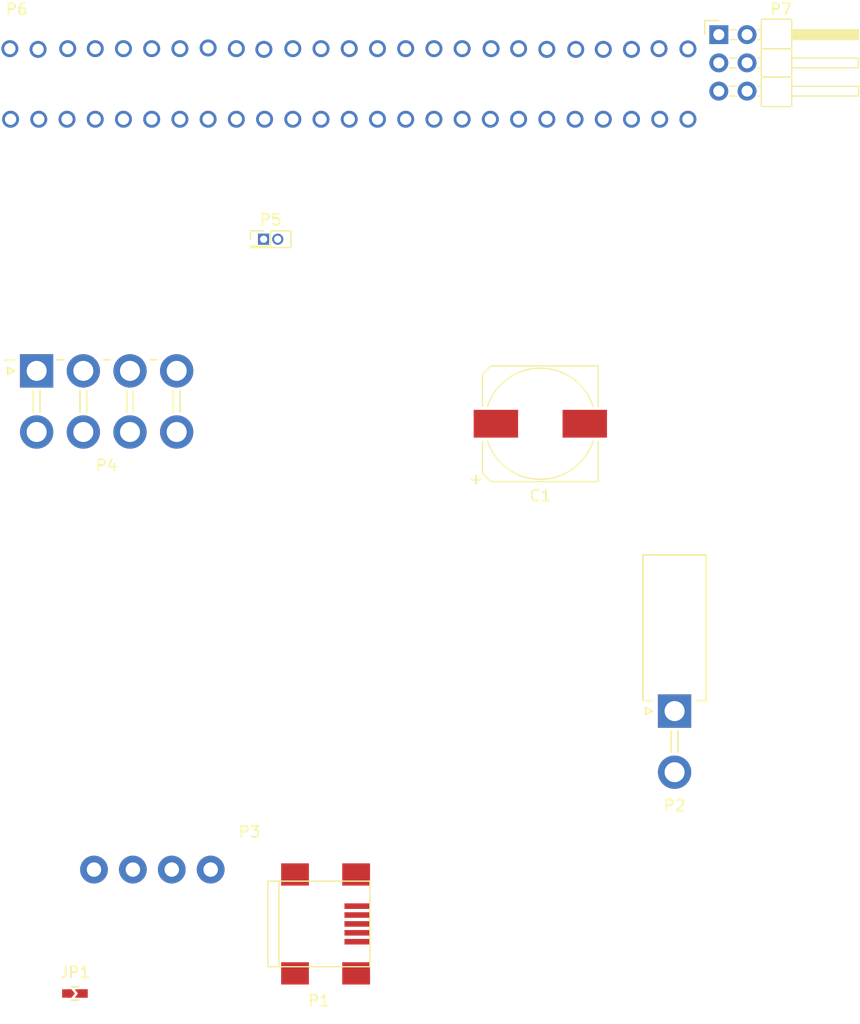
<source format=kicad_pcb>
(kicad_pcb (version 4) (host pcbnew 4.0.5)

  (general
    (links 64)
    (no_connects 60)
    (area 0 0 0 0)
    (thickness 1.6)
    (drawings 0)
    (tracks 0)
    (zones 0)
    (modules 9)
    (nets 26)
  )

  (page A4)
  (layers
    (0 F.Cu signal)
    (31 B.Cu signal)
    (32 B.Adhes user)
    (33 F.Adhes user)
    (34 B.Paste user)
    (35 F.Paste user)
    (36 B.SilkS user)
    (37 F.SilkS user)
    (38 B.Mask user)
    (39 F.Mask user)
    (40 Dwgs.User user)
    (41 Cmts.User user)
    (42 Eco1.User user)
    (43 Eco2.User user)
    (44 Edge.Cuts user)
    (45 Margin user)
    (46 B.CrtYd user)
    (47 F.CrtYd user)
    (48 B.Fab user)
    (49 F.Fab user)
  )

  (setup
    (last_trace_width 0.25)
    (trace_clearance 0.2)
    (zone_clearance 0.508)
    (zone_45_only no)
    (trace_min 0.2)
    (segment_width 0.2)
    (edge_width 0.15)
    (via_size 0.6)
    (via_drill 0.4)
    (via_min_size 0.4)
    (via_min_drill 0.3)
    (uvia_size 0.3)
    (uvia_drill 0.1)
    (uvias_allowed no)
    (uvia_min_size 0.2)
    (uvia_min_drill 0.1)
    (pcb_text_width 0.3)
    (pcb_text_size 1.5 1.5)
    (mod_edge_width 0.15)
    (mod_text_size 1 1)
    (mod_text_width 0.15)
    (pad_size 1.524 1.524)
    (pad_drill 0.762)
    (pad_to_mask_clearance 0.2)
    (aux_axis_origin 0 0)
    (visible_elements 7FFFFFFF)
    (pcbplotparams
      (layerselection 0x00030_80000001)
      (usegerberextensions false)
      (excludeedgelayer true)
      (linewidth 0.100000)
      (plotframeref false)
      (viasonmask false)
      (mode 1)
      (useauxorigin false)
      (hpglpennumber 1)
      (hpglpenspeed 20)
      (hpglpendiameter 15)
      (hpglpenoverlay 2)
      (psnegative false)
      (psa4output false)
      (plotreference true)
      (plotvalue true)
      (plotinvisibletext false)
      (padsonsilk false)
      (subtractmaskfromsilk false)
      (outputformat 1)
      (mirror false)
      (drillshape 1)
      (scaleselection 1)
      (outputdirectory ""))
  )

  (net 0 "")
  (net 1 /Motor_Controller/VBAT)
  (net 2 /Motor_Controller/PGND)
  (net 3 "Net-(JP1-Pad1)")
  (net 4 /5v0)
  (net 5 /Motor_Controller/USBDM)
  (net 6 /Motor_Controller/USBDP)
  (net 7 "Net-(P1-Pad4)")
  (net 8 /GNDD)
  (net 9 /Motor_Controller/CANH/TX)
  (net 10 /Motor_Controller/CANL/RX)
  (net 11 /Motor_Controller/H1)
  (net 12 /Motor_Controller/H2)
  (net 13 "Net-(P4-Pad3)")
  (net 14 /Motor_Controller/Y)
  (net 15 /Motor_Controller/H3)
  (net 16 "Net-(P4-Pad6)")
  (net 17 /Motor_Controller/W)
  (net 18 /Motor_Controller/X)
  (net 19 /Motor_Controller/GND_AUX)
  (net 20 "Net-(P5-Pad2)")
  (net 21 "Net-(P6-Pad20)")
  (net 22 "Net-(P6-Pad19)")
  (net 23 "Net-(P6-Pad18)")
  (net 24 "Net-(P6-Pad17)")
  (net 25 "Net-(P6-Pad16)")

  (net_class Default "This is the default net class."
    (clearance 0.2)
    (trace_width 0.25)
    (via_dia 0.6)
    (via_drill 0.4)
    (uvia_dia 0.3)
    (uvia_drill 0.1)
    (add_net /5v0)
    (add_net /GNDD)
    (add_net /Motor_Controller/CANH/TX)
    (add_net /Motor_Controller/CANL/RX)
    (add_net /Motor_Controller/GND_AUX)
    (add_net /Motor_Controller/H1)
    (add_net /Motor_Controller/H2)
    (add_net /Motor_Controller/H3)
    (add_net /Motor_Controller/PGND)
    (add_net /Motor_Controller/USBDM)
    (add_net /Motor_Controller/USBDP)
    (add_net /Motor_Controller/VBAT)
    (add_net /Motor_Controller/W)
    (add_net /Motor_Controller/X)
    (add_net /Motor_Controller/Y)
    (add_net "Net-(JP1-Pad1)")
    (add_net "Net-(P1-Pad4)")
    (add_net "Net-(P4-Pad3)")
    (add_net "Net-(P4-Pad6)")
    (add_net "Net-(P5-Pad2)")
    (add_net "Net-(P6-Pad16)")
    (add_net "Net-(P6-Pad17)")
    (add_net "Net-(P6-Pad18)")
    (add_net "Net-(P6-Pad19)")
    (add_net "Net-(P6-Pad20)")
  )

  (module USST-footprints:J_0603 (layer F.Cu) (tedit 58704FBD) (tstamp 5882C918)
    (at 142.219048 167.215)
    (descr "Capacitor SMD 0603, reflow soldering, AVX (see smccp.pdf)")
    (tags "capacitor 0603")
    (path /5882F97F)
    (attr smd)
    (fp_text reference JP1 (at 0 -1.9) (layer F.SilkS)
      (effects (font (size 1 1) (thickness 0.15)))
    )
    (fp_text value Jumper_NO_Small (at 0 1.9) (layer F.Fab)
      (effects (font (size 1 1) (thickness 0.15)))
    )
    (fp_line (start -0.8 0.4) (end -0.8 -0.4) (layer F.Fab) (width 0.15))
    (fp_line (start 0.8 0.4) (end -0.8 0.4) (layer F.Fab) (width 0.15))
    (fp_line (start 0.8 -0.4) (end 0.8 0.4) (layer F.Fab) (width 0.15))
    (fp_line (start -0.8 -0.4) (end 0.8 -0.4) (layer F.Fab) (width 0.15))
    (fp_line (start -1.45 -0.75) (end 1.45 -0.75) (layer F.CrtYd) (width 0.05))
    (fp_line (start -1.45 0.75) (end 1.45 0.75) (layer F.CrtYd) (width 0.05))
    (fp_line (start -1.45 -0.75) (end -1.45 0.75) (layer F.CrtYd) (width 0.05))
    (fp_line (start 1.45 -0.75) (end 1.45 0.75) (layer F.CrtYd) (width 0.05))
    (fp_line (start -0.35 -0.6) (end 0.35 -0.6) (layer F.SilkS) (width 0.15))
    (fp_line (start 0.35 0.6) (end -0.35 0.6) (layer F.SilkS) (width 0.15))
    (pad 1 smd rect (at -0.75 0) (size 0.8 0.75) (layers F.Cu F.Paste F.Mask)
      (net 3 "Net-(JP1-Pad1)"))
    (pad 2 smd rect (at 0.75 0) (size 0.8 0.75) (layers F.Cu F.Paste F.Mask)
      (net 4 /5v0))
    (pad 2 smd trapezoid (at 0.5588 0 180) (size 0.6 0.75) (rect_delta 0 0.55 ) (layers F.Cu F.Paste F.Mask)
      (net 4 /5v0))
    (pad 2 smd trapezoid (at 0.5588 0) (size 0.6 0.75) (rect_delta 0 0.55 ) (layers F.Cu F.Paste F.Mask)
      (net 4 /5v0))
    (pad 1 smd trapezoid (at -0.508 0.18796 180) (size 0.7 0.376) (rect_delta 0 0.3 ) (layers F.Cu F.Paste F.Mask)
      (net 3 "Net-(JP1-Pad1)"))
    (pad 1 smd trapezoid (at -0.508 -0.18796) (size 0.7 0.376) (rect_delta 0 0.3 ) (layers F.Cu F.Paste F.Mask)
      (net 3 "Net-(JP1-Pad1)"))
    (model Capacitors_SMD.3dshapes/C_0603.wrl
      (at (xyz 0 0 0))
      (scale (xyz 1 1 1))
      (rotate (xyz 0 0 0))
    )
  )

  (module Connect:USB_Mini-B (layer F.Cu) (tedit 5543E571) (tstamp 5882C927)
    (at 164.825001 160.955)
    (descr "USB Mini-B 5-pin SMD connector")
    (tags "USB USB_B USB_Mini connector")
    (path /5882F66B)
    (attr smd)
    (fp_text reference P1 (at -0.65 6.9) (layer F.SilkS)
      (effects (font (size 1 1) (thickness 0.15)))
    )
    (fp_text value USB_OTG (at -0.65 -7.1) (layer F.Fab)
      (effects (font (size 1 1) (thickness 0.15)))
    )
    (fp_line (start -5.5 -5.7) (end 4.2 -5.7) (layer F.CrtYd) (width 0.05))
    (fp_line (start 4.2 -5.7) (end 4.2 5.7) (layer F.CrtYd) (width 0.05))
    (fp_line (start 4.2 5.7) (end -5.5 5.7) (layer F.CrtYd) (width 0.05))
    (fp_line (start -5.5 5.7) (end -5.5 -5.7) (layer F.CrtYd) (width 0.05))
    (fp_line (start -4.25 -3.85) (end -4.25 3.85) (layer F.SilkS) (width 0.12))
    (fp_line (start -5.25 -3.85) (end -5.25 3.85) (layer F.SilkS) (width 0.12))
    (fp_line (start -5.25 3.85) (end 3.95 3.85) (layer F.SilkS) (width 0.12))
    (fp_line (start 3.95 3.85) (end 3.95 -3.85) (layer F.SilkS) (width 0.12))
    (fp_line (start 3.95 -3.85) (end -5.25 -3.85) (layer F.SilkS) (width 0.12))
    (pad 1 smd rect (at 2.8 -1.6) (size 2.3 0.5) (layers F.Cu F.Paste F.Mask)
      (net 3 "Net-(JP1-Pad1)"))
    (pad 2 smd rect (at 2.8 -0.8) (size 2.3 0.5) (layers F.Cu F.Paste F.Mask)
      (net 5 /Motor_Controller/USBDM))
    (pad 3 smd rect (at 2.8 0) (size 2.3 0.5) (layers F.Cu F.Paste F.Mask)
      (net 6 /Motor_Controller/USBDP))
    (pad 4 smd rect (at 2.8 0.8) (size 2.3 0.5) (layers F.Cu F.Paste F.Mask)
      (net 7 "Net-(P1-Pad4)"))
    (pad 5 smd rect (at 2.8 1.6) (size 2.3 0.5) (layers F.Cu F.Paste F.Mask)
      (net 8 /GNDD))
    (pad 6 smd rect (at 2.7 -4.45) (size 2.5 2) (layers F.Cu F.Paste F.Mask)
      (net 8 /GNDD))
    (pad 6 smd rect (at -2.8 -4.45) (size 2.5 2) (layers F.Cu F.Paste F.Mask)
      (net 8 /GNDD))
    (pad 6 smd rect (at 2.7 4.45) (size 2.5 2) (layers F.Cu F.Paste F.Mask)
      (net 8 /GNDD))
    (pad 6 smd rect (at -2.8 4.45) (size 2.5 2) (layers F.Cu F.Paste F.Mask)
      (net 8 /GNDD))
    (pad "" np_thru_hole circle (at 0.2 -2.2) (size 0.9 0.9) (drill 0.9) (layers *.Cu *.Mask))
    (pad "" np_thru_hole circle (at 0.2 2.2) (size 0.9 0.9) (drill 0.9) (layers *.Cu *.Mask))
  )

  (module Connectors_Molex:Molex_MiniFit-JR-5569-02A2_2x01x4.20mm_Angled (layer F.Cu) (tedit 57553FD4) (tstamp 5882C92E)
    (at 196.183333 141.805001)
    (descr "Molex Mini-Fit JR, PN:5569-02A2, dual row, side entry type, through hole, with plastic peg mount")
    (tags "connector molex mini-fit 5569")
    (path /5882F23E)
    (fp_text reference P2 (at 0 8.5) (layer F.SilkS)
      (effects (font (size 1 1) (thickness 0.15)))
    )
    (fp_text value CONN_01X02 (at 0 10) (layer F.Fab)
      (effects (font (size 1 1) (thickness 0.15)))
    )
    (fp_line (start -3.2 -14.35) (end -3.2 7.5) (layer F.CrtYd) (width 0.05))
    (fp_line (start -3.2 7.5) (end 3.2 7.5) (layer F.CrtYd) (width 0.05))
    (fp_line (start 3.2 7.5) (end 3.2 -14.35) (layer F.CrtYd) (width 0.05))
    (fp_line (start 3.2 -14.35) (end -3.2 -14.35) (layer F.CrtYd) (width 0.05))
    (fp_line (start -2 -0.95) (end -2.85 -0.95) (layer F.SilkS) (width 0.15))
    (fp_line (start -2.85 -0.95) (end -2.85 -14.05) (layer F.SilkS) (width 0.15))
    (fp_line (start -2.85 -14.05) (end 0 -14.05) (layer F.SilkS) (width 0.15))
    (fp_line (start 2 -0.95) (end 2.85 -0.95) (layer F.SilkS) (width 0.15))
    (fp_line (start 2.85 -0.95) (end 2.85 -14.05) (layer F.SilkS) (width 0.15))
    (fp_line (start 2.85 -14.05) (end 0 -14.05) (layer F.SilkS) (width 0.15))
    (fp_line (start -2.7 -13.9) (end -2.7 -1.1) (layer F.Fab) (width 0.05))
    (fp_line (start -2.7 -1.1) (end 2.7 -1.1) (layer F.Fab) (width 0.05))
    (fp_line (start 2.7 -1.1) (end 2.7 -13.9) (layer F.Fab) (width 0.05))
    (fp_line (start 2.7 -13.9) (end -2.7 -13.9) (layer F.Fab) (width 0.05))
    (fp_line (start -0.3 1.8) (end -0.3 3.7) (layer F.SilkS) (width 0.15))
    (fp_line (start 0.3 1.8) (end 0.3 3.7) (layer F.SilkS) (width 0.15))
    (fp_line (start -2 0) (end -2.6 0.3) (layer F.SilkS) (width 0.15))
    (fp_line (start -2.6 0.3) (end -2.6 -0.3) (layer F.SilkS) (width 0.15))
    (fp_line (start -2.6 -0.3) (end -2 0) (layer F.SilkS) (width 0.15))
    (pad 1 thru_hole rect (at 0 0) (size 3 3) (drill 1.8) (layers *.Cu *.Mask)
      (net 2 /Motor_Controller/PGND))
    (pad 2 thru_hole circle (at 0 5.5) (size 3 3) (drill 1.8) (layers *.Cu *.Mask)
      (net 1 /Motor_Controller/VBAT))
    (pad "" np_thru_hole circle (at 0 -7.3) (size 3 3) (drill 3) (layers *.Cu))
    (model Connectors_Molex.3dshapes/Molex_MiniFit-JR-5569-02A2_2x01x4.20mm_Angled.wrl
      (at (xyz 0 0 0))
      (scale (xyz 1 1 1))
      (rotate (xyz 0 0 0))
    )
  )

  (module USST-footprints:Molex_39502_1004R (layer F.Cu) (tedit 5879680A) (tstamp 5882C936)
    (at 143.933333 156.065)
    (path /5882F30C)
    (fp_text reference P3 (at 14 -3.4) (layer F.SilkS)
      (effects (font (size 1 1) (thickness 0.15)))
    )
    (fp_text value CONN_01X04 (at -3.5 -3.69) (layer F.Fab)
      (effects (font (size 1 1) (thickness 0.15)))
    )
    (fp_line (start -3.5 -1.5) (end -3.5 8) (layer B.Paste) (width 0.15))
    (fp_line (start 14 -1.51) (end 14 7.99) (layer B.Paste) (width 0.15))
    (fp_line (start -3.5 -1.5) (end 14 -1.5) (layer B.Paste) (width 0.15))
    (fp_line (start -3.5 8) (end 14 8) (layer B.Paste) (width 0.15))
    (pad 1 thru_hole circle (at 0 0) (size 2.5 2.5) (drill 1.3) (layers *.Cu *.Mask)
      (net 4 /5v0))
    (pad 2 thru_hole circle (at 3.5 0) (size 2.5 2.5) (drill 1.3) (layers *.Cu *.Mask)
      (net 9 /Motor_Controller/CANH/TX))
    (pad 3 thru_hole circle (at 7 0) (size 2.5 2.5) (drill 1.3) (layers *.Cu *.Mask)
      (net 10 /Motor_Controller/CANL/RX))
    (pad 4 thru_hole circle (at 10.5 0) (size 2.5 2.5) (drill 1.3) (layers *.Cu *.Mask)
      (net 8 /GNDD))
  )

  (module USST-footprints:Molex_MiniFit-JR-5569-08A2_2x04x4.20mm_Angled_Overhang (layer F.Cu) (tedit 5881AB7B) (tstamp 5882C942)
    (at 138.775001 111.195001)
    (descr "Molex Mini-Fit JR, PN:5569-08A2, dual row, side entry type, through hole, with plastic peg mount")
    (tags "connector molex mini-fit 5569")
    (path /5882AEEF/5871BA09)
    (fp_text reference P4 (at 6.3 8.5) (layer F.SilkS)
      (effects (font (size 1 1) (thickness 0.15)))
    )
    (fp_text value EC90_Flat (at 6.3 10) (layer F.Fab)
      (effects (font (size 1 1) (thickness 0.15)))
    )
    (fp_line (start -3.15 -14.35) (end -3.15 7.5) (layer F.CrtYd) (width 0.05))
    (fp_line (start -3.15 7.5) (end 15.8 7.5) (layer F.CrtYd) (width 0.05))
    (fp_line (start 15.8 7.5) (end 15.8 -14.35) (layer F.CrtYd) (width 0.05))
    (fp_line (start 15.8 -14.35) (end -3.15 -14.35) (layer F.CrtYd) (width 0.05))
    (fp_line (start -2 -0.95) (end -2.85 -0.95) (layer F.SilkS) (width 0.15))
    (fp_line (start -2.7 -13.9) (end -2.7 -1.1) (layer F.Fab) (width 0.05))
    (fp_line (start -2.7 -1.1) (end 15.3 -1.1) (layer F.Fab) (width 0.05))
    (fp_line (start 15.3 -1.1) (end 15.3 -13.9) (layer F.Fab) (width 0.05))
    (fp_line (start 15.3 -13.9) (end -2.7 -13.9) (layer F.Fab) (width 0.05))
    (fp_line (start -0.3 1.8) (end -0.3 3.7) (layer F.SilkS) (width 0.15))
    (fp_line (start 0.3 1.8) (end 0.3 3.7) (layer F.SilkS) (width 0.15))
    (fp_line (start 3.9 1.8) (end 3.9 3.7) (layer F.SilkS) (width 0.15))
    (fp_line (start 4.5 1.8) (end 4.5 3.7) (layer F.SilkS) (width 0.15))
    (fp_line (start 8.1 1.8) (end 8.1 3.7) (layer F.SilkS) (width 0.15))
    (fp_line (start 8.7 1.8) (end 8.7 3.7) (layer F.SilkS) (width 0.15))
    (fp_line (start 12.3 1.8) (end 12.3 3.7) (layer F.SilkS) (width 0.15))
    (fp_line (start 12.9 1.8) (end 12.9 3.7) (layer F.SilkS) (width 0.15))
    (fp_line (start 1.8 -1) (end 2.4 -1) (layer F.SilkS) (width 0.15))
    (fp_line (start 6 -1) (end 6.6 -1) (layer F.SilkS) (width 0.15))
    (fp_line (start 10.2 -1) (end 10.8 -1) (layer F.SilkS) (width 0.15))
    (fp_line (start -2 0) (end -2.6 0.3) (layer F.SilkS) (width 0.15))
    (fp_line (start -2.6 0.3) (end -2.6 -0.3) (layer F.SilkS) (width 0.15))
    (fp_line (start -2.6 -0.3) (end -2 0) (layer F.SilkS) (width 0.15))
    (pad 1 thru_hole rect (at 0 0) (size 3 3) (drill 1.8) (layers *.Cu *.Mask)
      (net 11 /Motor_Controller/H1))
    (pad 2 thru_hole circle (at 4.2 0) (size 3 3) (drill 1.8) (layers *.Cu *.Mask)
      (net 12 /Motor_Controller/H2))
    (pad 3 thru_hole circle (at 8.4 0) (size 3 3) (drill 1.8) (layers *.Cu *.Mask)
      (net 13 "Net-(P4-Pad3)"))
    (pad 4 thru_hole circle (at 12.6 0) (size 3 3) (drill 1.8) (layers *.Cu *.Mask)
      (net 14 /Motor_Controller/Y))
    (pad 5 thru_hole circle (at 0 5.5) (size 3 3) (drill 1.8) (layers *.Cu *.Mask)
      (net 15 /Motor_Controller/H3))
    (pad 6 thru_hole circle (at 4.2 5.5) (size 3 3) (drill 1.8) (layers *.Cu *.Mask)
      (net 16 "Net-(P4-Pad6)"))
    (pad 7 thru_hole circle (at 8.4 5.5) (size 3 3) (drill 1.8) (layers *.Cu *.Mask)
      (net 17 /Motor_Controller/W))
    (pad 8 thru_hole circle (at 12.6 5.5) (size 3 3) (drill 1.8) (layers *.Cu *.Mask)
      (net 18 /Motor_Controller/X))
    (model Connectors_Molex.3dshapes/Molex_MiniFit-JR-5569-08A2_2x04x4.20mm_Angled.wrl
      (at (xyz 0 0 0))
      (scale (xyz 1 1 1))
      (rotate (xyz 0 0 0))
    )
  )

  (module Pin_Headers:Pin_Header_Straight_2x01_Pitch1.27mm (layer F.Cu) (tedit 5862ED5C) (tstamp 5882C948)
    (at 159.198333 99.35)
    (descr "Through hole straight pin header, 2x01, 1.27mm pitch, double rows")
    (tags "Through hole pin header THT 2x01 1.27mm double row")
    (path /5882AEEF/588448BA)
    (fp_text reference P5 (at 0.635 -1.755) (layer F.SilkS)
      (effects (font (size 1 1) (thickness 0.15)))
    )
    (fp_text value CONN_01X02 (at 0.635 1.755) (layer F.Fab)
      (effects (font (size 1 1) (thickness 0.15)))
    )
    (fp_line (start -1.07 -0.635) (end -1.07 0.635) (layer F.Fab) (width 0.1))
    (fp_line (start -1.07 0.635) (end 2.34 0.635) (layer F.Fab) (width 0.1))
    (fp_line (start 2.34 0.635) (end 2.34 -0.635) (layer F.Fab) (width 0.1))
    (fp_line (start 2.34 -0.635) (end -1.07 -0.635) (layer F.Fab) (width 0.1))
    (fp_line (start -1.19 0.635) (end -1.19 0.755) (layer F.SilkS) (width 0.12))
    (fp_line (start -1.19 0.755) (end 2.46 0.755) (layer F.SilkS) (width 0.12))
    (fp_line (start 2.46 0.755) (end 2.46 -0.755) (layer F.SilkS) (width 0.12))
    (fp_line (start 2.46 -0.755) (end 0.635 -0.755) (layer F.SilkS) (width 0.12))
    (fp_line (start 0.635 -0.755) (end 0.635 0.635) (layer F.SilkS) (width 0.12))
    (fp_line (start 0.635 0.635) (end -1.19 0.635) (layer F.SilkS) (width 0.12))
    (fp_line (start -1.19 0) (end -1.19 -0.755) (layer F.SilkS) (width 0.12))
    (fp_line (start -1.19 -0.755) (end 0 -0.755) (layer F.SilkS) (width 0.12))
    (fp_line (start -1.4 -0.9) (end -1.4 0.9) (layer F.CrtYd) (width 0.05))
    (fp_line (start -1.4 0.9) (end 2.6 0.9) (layer F.CrtYd) (width 0.05))
    (fp_line (start 2.6 0.9) (end 2.6 -0.9) (layer F.CrtYd) (width 0.05))
    (fp_line (start 2.6 -0.9) (end -1.4 -0.9) (layer F.CrtYd) (width 0.05))
    (pad 1 thru_hole rect (at 0 0) (size 1 1) (drill 0.65) (layers *.Cu *.Mask)
      (net 19 /Motor_Controller/GND_AUX))
    (pad 2 thru_hole oval (at 1.27 0) (size 1 1) (drill 0.65) (layers *.Cu *.Mask)
      (net 20 "Net-(P5-Pad2)"))
    (model Pin_Headers.3dshapes/Pin_Header_Straight_2x01_Pitch1.27mm.wrl
      (at (xyz 0 0 0))
      (scale (xyz 1 1 1))
      (rotate (xyz 0 0 0))
    )
  )

  (module USST-footprints:TE2007088-1_Backplane (layer F.Cu) (tedit 587968D3) (tstamp 5882C97E)
    (at 171.9855 96.175)
    (path /5882AEEF/5871B697)
    (fp_text reference P6 (at -35 -17.5) (layer F.SilkS)
      (effects (font (size 1 1) (thickness 0.15)))
    )
    (fp_text value AMP17614426-2_EDGE (at -20 -17.5) (layer F.Fab)
      (effects (font (size 1 1) (thickness 0.15)))
    )
    (pad 30 thru_hole circle (at -35.56 -7.62) (size 1.524 1.524) (drill 1.02) (layers *.Cu *.Mask)
      (net 17 /Motor_Controller/W))
    (pad 30 thru_hole circle (at -33.02 -7.62) (size 1.524 1.524) (drill 1.02) (layers *.Cu *.Mask)
      (net 17 /Motor_Controller/W))
    (pad 30 thru_hole circle (at -30.48 -7.62) (size 1.524 1.524) (drill 1.02) (layers *.Cu *.Mask)
      (net 17 /Motor_Controller/W))
    (pad 29 thru_hole circle (at -27.94 -7.62) (size 1.524 1.524) (drill 1.02) (layers *.Cu *.Mask)
      (net 18 /Motor_Controller/X))
    (pad 29 thru_hole circle (at -25.4 -7.62) (size 1.524 1.524) (drill 1.02) (layers *.Cu *.Mask)
      (net 18 /Motor_Controller/X))
    (pad 29 thru_hole circle (at -22.86 -7.62) (size 1.524 1.524) (drill 1.02) (layers *.Cu *.Mask)
      (net 18 /Motor_Controller/X))
    (pad 28 thru_hole circle (at -20.32 -7.62) (size 1.524 1.524) (drill 1.02) (layers *.Cu *.Mask)
      (net 14 /Motor_Controller/Y))
    (pad 28 thru_hole circle (at -17.78 -7.62) (size 1.524 1.524) (drill 1.02) (layers *.Cu *.Mask)
      (net 14 /Motor_Controller/Y))
    (pad 28 thru_hole circle (at -15.24 -7.62) (size 1.524 1.524) (drill 1.02) (layers *.Cu *.Mask)
      (net 14 /Motor_Controller/Y))
    (pad 27 thru_hole circle (at -12.7 -7.62) (size 1.524 1.524) (drill 1.02) (layers *.Cu *.Mask)
      (net 1 /Motor_Controller/VBAT))
    (pad 27 thru_hole circle (at -10.16 -7.62) (size 1.524 1.524) (drill 1.02) (layers *.Cu *.Mask)
      (net 1 /Motor_Controller/VBAT))
    (pad 27 thru_hole circle (at -7.62 -7.62) (size 1.524 1.524) (drill 1.02) (layers *.Cu *.Mask)
      (net 1 /Motor_Controller/VBAT))
    (pad 26 thru_hole circle (at -5.08 -7.62) (size 1.524 1.524) (drill 1.02) (layers *.Cu *.Mask)
      (net 2 /Motor_Controller/PGND))
    (pad 26 thru_hole circle (at -2.54 -7.62) (size 1.524 1.524) (drill 1.02) (layers *.Cu *.Mask)
      (net 2 /Motor_Controller/PGND))
    (pad 26 thru_hole circle (at 0 -7.62) (size 1.524 1.524) (drill 1.02) (layers *.Cu *.Mask)
      (net 2 /Motor_Controller/PGND))
    (pad 25 thru_hole circle (at 2.54 -7.62) (size 1.524 1.524) (drill 1.02) (layers *.Cu *.Mask)
      (net 8 /GNDD))
    (pad 24 thru_hole circle (at 5.08 -7.62) (size 1.524 1.524) (drill 1.02) (layers *.Cu *.Mask)
      (net 8 /GNDD))
    (pad 23 thru_hole circle (at 7.62 -7.62) (size 1.524 1.524) (drill 1.02) (layers *.Cu *.Mask)
      (net 6 /Motor_Controller/USBDP))
    (pad 22 thru_hole circle (at 10.16 -7.62) (size 1.524 1.524) (drill 1.02) (layers *.Cu *.Mask)
      (net 5 /Motor_Controller/USBDM))
    (pad 21 thru_hole circle (at 12.7 -7.62) (size 1.524 1.524) (drill 1.02) (layers *.Cu *.Mask)
      (net 19 /Motor_Controller/GND_AUX))
    (pad 20 thru_hole circle (at 15.24 -7.62) (size 1.524 1.524) (drill 1.02) (layers *.Cu *.Mask)
      (net 21 "Net-(P6-Pad20)"))
    (pad 19 thru_hole circle (at 17.78 -7.62) (size 1.524 1.524) (drill 1.02) (layers *.Cu *.Mask)
      (net 22 "Net-(P6-Pad19)"))
    (pad 18 thru_hole circle (at 20.32 -7.62) (size 1.524 1.524) (drill 1.02) (layers *.Cu *.Mask)
      (net 23 "Net-(P6-Pad18)"))
    (pad 17 thru_hole circle (at 22.86 -7.62) (size 1.524 1.524) (drill 1.02) (layers *.Cu *.Mask)
      (net 24 "Net-(P6-Pad17)"))
    (pad 16 thru_hole circle (at 25.4 -7.62) (size 1.524 1.524) (drill 1.02) (layers *.Cu *.Mask)
      (net 25 "Net-(P6-Pad16)"))
    (pad 15 thru_hole circle (at 25.4 -13.95) (size 1.524 1.524) (drill 1.02) (layers *.Cu *.Mask)
      (net 20 "Net-(P5-Pad2)"))
    (pad 14 thru_hole circle (at 22.7965 -13.97) (size 1.524 1.524) (drill 1.02) (layers *.Cu *.Mask)
      (net 15 /Motor_Controller/H3))
    (pad 13 thru_hole circle (at 20.32 -13.9065) (size 1.524 1.524) (drill 1.02) (layers *.Cu *.Mask)
      (net 12 /Motor_Controller/H2))
    (pad 12 thru_hole circle (at 17.78 -13.9065) (size 1.524 1.524) (drill 1.02) (layers *.Cu *.Mask)
      (net 11 /Motor_Controller/H1))
    (pad 11 thru_hole circle (at 15.3035 -13.9065) (size 1.524 1.524) (drill 1.02) (layers *.Cu *.Mask)
      (net 16 "Net-(P4-Pad6)"))
    (pad 10 thru_hole circle (at 12.7 -13.9065) (size 1.524 1.524) (drill 1.02) (layers *.Cu *.Mask)
      (net 13 "Net-(P4-Pad3)"))
    (pad 9 thru_hole circle (at 10.16 -13.97) (size 1.524 1.524) (drill 1.02) (layers *.Cu *.Mask)
      (net 10 /Motor_Controller/CANL/RX))
    (pad 8 thru_hole circle (at 7.6835 -13.97) (size 1.524 1.524) (drill 1.02) (layers *.Cu *.Mask)
      (net 9 /Motor_Controller/CANH/TX))
    (pad 7 thru_hole circle (at 5.08 -13.97) (size 1.524 1.524) (drill 1.02) (layers *.Cu *.Mask)
      (net 4 /5v0))
    (pad 6 thru_hole circle (at 2.54 -13.97) (size 1.524 1.524) (drill 1.02) (layers *.Cu *.Mask)
      (net 4 /5v0))
    (pad 5 thru_hole circle (at 0 -13.97) (size 1.524 1.524) (drill 1.02) (layers *.Cu *.Mask)
      (net 2 /Motor_Controller/PGND))
    (pad 5 thru_hole circle (at -2.54 -13.97) (size 1.524 1.524) (drill 1.02) (layers *.Cu *.Mask)
      (net 2 /Motor_Controller/PGND))
    (pad 5 thru_hole circle (at -5.08 -13.97) (size 1.524 1.524) (drill 1.02) (layers *.Cu *.Mask)
      (net 2 /Motor_Controller/PGND))
    (pad 4 thru_hole circle (at -7.62 -13.97) (size 1.524 1.524) (drill 1.02) (layers *.Cu *.Mask)
      (net 1 /Motor_Controller/VBAT))
    (pad 4 thru_hole circle (at -10.16 -13.97) (size 1.524 1.524) (drill 1.02) (layers *.Cu *.Mask)
      (net 1 /Motor_Controller/VBAT))
    (pad 4 thru_hole circle (at -12.7635 -13.9065) (size 1.524 1.524) (drill 1.02) (layers *.Cu *.Mask)
      (net 1 /Motor_Controller/VBAT))
    (pad 3 thru_hole circle (at -15.24 -13.97) (size 1.524 1.524) (drill 1.02) (layers *.Cu *.Mask)
      (net 14 /Motor_Controller/Y))
    (pad 3 thru_hole circle (at -17.78 -14.0335) (size 1.524 1.524) (drill 1.02) (layers *.Cu *.Mask)
      (net 14 /Motor_Controller/Y))
    (pad 3 thru_hole circle (at -20.32 -13.97) (size 1.524 1.524) (drill 1.02) (layers *.Cu *.Mask)
      (net 14 /Motor_Controller/Y))
    (pad 2 thru_hole circle (at -22.86 -13.97) (size 1.524 1.524) (drill 1.02) (layers *.Cu *.Mask)
      (net 18 /Motor_Controller/X))
    (pad 2 thru_hole circle (at -25.4 -13.97) (size 1.524 1.524) (drill 1.02) (layers *.Cu *.Mask)
      (net 18 /Motor_Controller/X))
    (pad 2 thru_hole circle (at -27.94 -13.97) (size 1.524 1.524) (drill 1.02) (layers *.Cu *.Mask)
      (net 18 /Motor_Controller/X))
    (pad 1 thru_hole circle (at -30.4165 -13.97) (size 1.524 1.524) (drill 1.02) (layers *.Cu *.Mask)
      (net 17 /Motor_Controller/W))
    (pad 1 thru_hole circle (at -33.0835 -13.9065) (size 1.524 1.524) (drill 1.02) (layers *.Cu *.Mask)
      (net 17 /Motor_Controller/W))
    (pad 1 thru_hole circle (at -35.6235 -13.97) (size 1.524 1.524) (drill 1.02) (layers *.Cu *.Mask)
      (net 17 /Motor_Controller/W))
  )

  (module Pin_Headers:Pin_Header_Angled_2x03_Pitch2.54mm (layer F.Cu) (tedit 5862ED53) (tstamp 5882C988)
    (at 200.165001 80.945)
    (descr "Through hole angled pin header, 2x03, 2.54mm pitch, 6mm pin length, double rows")
    (tags "Through hole angled pin header THT 2x03 2.54mm double row")
    (path /5882AEEF/5871D4B0)
    (fp_text reference P7 (at 5.585 -2.27) (layer F.SilkS)
      (effects (font (size 1 1) (thickness 0.15)))
    )
    (fp_text value CONN_01X06 (at 5.585 7.35) (layer F.Fab)
      (effects (font (size 1 1) (thickness 0.15)))
    )
    (fp_line (start 3.94 -1.27) (end 3.94 1.27) (layer F.Fab) (width 0.1))
    (fp_line (start 3.94 1.27) (end 6.44 1.27) (layer F.Fab) (width 0.1))
    (fp_line (start 6.44 1.27) (end 6.44 -1.27) (layer F.Fab) (width 0.1))
    (fp_line (start 6.44 -1.27) (end 3.94 -1.27) (layer F.Fab) (width 0.1))
    (fp_line (start 0 -0.32) (end 0 0.32) (layer F.Fab) (width 0.1))
    (fp_line (start 0 0.32) (end 12.44 0.32) (layer F.Fab) (width 0.1))
    (fp_line (start 12.44 0.32) (end 12.44 -0.32) (layer F.Fab) (width 0.1))
    (fp_line (start 12.44 -0.32) (end 0 -0.32) (layer F.Fab) (width 0.1))
    (fp_line (start 3.94 1.27) (end 3.94 3.81) (layer F.Fab) (width 0.1))
    (fp_line (start 3.94 3.81) (end 6.44 3.81) (layer F.Fab) (width 0.1))
    (fp_line (start 6.44 3.81) (end 6.44 1.27) (layer F.Fab) (width 0.1))
    (fp_line (start 6.44 1.27) (end 3.94 1.27) (layer F.Fab) (width 0.1))
    (fp_line (start 0 2.22) (end 0 2.86) (layer F.Fab) (width 0.1))
    (fp_line (start 0 2.86) (end 12.44 2.86) (layer F.Fab) (width 0.1))
    (fp_line (start 12.44 2.86) (end 12.44 2.22) (layer F.Fab) (width 0.1))
    (fp_line (start 12.44 2.22) (end 0 2.22) (layer F.Fab) (width 0.1))
    (fp_line (start 3.94 3.81) (end 3.94 6.35) (layer F.Fab) (width 0.1))
    (fp_line (start 3.94 6.35) (end 6.44 6.35) (layer F.Fab) (width 0.1))
    (fp_line (start 6.44 6.35) (end 6.44 3.81) (layer F.Fab) (width 0.1))
    (fp_line (start 6.44 3.81) (end 3.94 3.81) (layer F.Fab) (width 0.1))
    (fp_line (start 0 4.76) (end 0 5.4) (layer F.Fab) (width 0.1))
    (fp_line (start 0 5.4) (end 12.44 5.4) (layer F.Fab) (width 0.1))
    (fp_line (start 12.44 5.4) (end 12.44 4.76) (layer F.Fab) (width 0.1))
    (fp_line (start 12.44 4.76) (end 0 4.76) (layer F.Fab) (width 0.1))
    (fp_line (start 3.82 -1.39) (end 3.82 1.27) (layer F.SilkS) (width 0.12))
    (fp_line (start 3.82 1.27) (end 6.56 1.27) (layer F.SilkS) (width 0.12))
    (fp_line (start 6.56 1.27) (end 6.56 -1.39) (layer F.SilkS) (width 0.12))
    (fp_line (start 6.56 -1.39) (end 3.82 -1.39) (layer F.SilkS) (width 0.12))
    (fp_line (start 6.56 -0.44) (end 6.56 0.44) (layer F.SilkS) (width 0.12))
    (fp_line (start 6.56 0.44) (end 12.56 0.44) (layer F.SilkS) (width 0.12))
    (fp_line (start 12.56 0.44) (end 12.56 -0.44) (layer F.SilkS) (width 0.12))
    (fp_line (start 12.56 -0.44) (end 6.56 -0.44) (layer F.SilkS) (width 0.12))
    (fp_line (start 3.51 -0.44) (end 3.82 -0.44) (layer F.SilkS) (width 0.12))
    (fp_line (start 3.51 0.44) (end 3.82 0.44) (layer F.SilkS) (width 0.12))
    (fp_line (start 0.97 -0.44) (end 1.57 -0.44) (layer F.SilkS) (width 0.12))
    (fp_line (start 0.97 0.44) (end 1.57 0.44) (layer F.SilkS) (width 0.12))
    (fp_line (start 6.56 -0.32) (end 12.56 -0.32) (layer F.SilkS) (width 0.12))
    (fp_line (start 6.56 -0.2) (end 12.56 -0.2) (layer F.SilkS) (width 0.12))
    (fp_line (start 6.56 -0.08) (end 12.56 -0.08) (layer F.SilkS) (width 0.12))
    (fp_line (start 6.56 0.04) (end 12.56 0.04) (layer F.SilkS) (width 0.12))
    (fp_line (start 6.56 0.16) (end 12.56 0.16) (layer F.SilkS) (width 0.12))
    (fp_line (start 6.56 0.28) (end 12.56 0.28) (layer F.SilkS) (width 0.12))
    (fp_line (start 6.56 0.4) (end 12.56 0.4) (layer F.SilkS) (width 0.12))
    (fp_line (start 3.82 1.27) (end 3.82 3.81) (layer F.SilkS) (width 0.12))
    (fp_line (start 3.82 3.81) (end 6.56 3.81) (layer F.SilkS) (width 0.12))
    (fp_line (start 6.56 3.81) (end 6.56 1.27) (layer F.SilkS) (width 0.12))
    (fp_line (start 6.56 1.27) (end 3.82 1.27) (layer F.SilkS) (width 0.12))
    (fp_line (start 6.56 2.1) (end 6.56 2.98) (layer F.SilkS) (width 0.12))
    (fp_line (start 6.56 2.98) (end 12.56 2.98) (layer F.SilkS) (width 0.12))
    (fp_line (start 12.56 2.98) (end 12.56 2.1) (layer F.SilkS) (width 0.12))
    (fp_line (start 12.56 2.1) (end 6.56 2.1) (layer F.SilkS) (width 0.12))
    (fp_line (start 3.51 2.1) (end 3.82 2.1) (layer F.SilkS) (width 0.12))
    (fp_line (start 3.51 2.98) (end 3.82 2.98) (layer F.SilkS) (width 0.12))
    (fp_line (start 0.97 2.1) (end 1.57 2.1) (layer F.SilkS) (width 0.12))
    (fp_line (start 0.97 2.98) (end 1.57 2.98) (layer F.SilkS) (width 0.12))
    (fp_line (start 3.82 3.81) (end 3.82 6.47) (layer F.SilkS) (width 0.12))
    (fp_line (start 3.82 6.47) (end 6.56 6.47) (layer F.SilkS) (width 0.12))
    (fp_line (start 6.56 6.47) (end 6.56 3.81) (layer F.SilkS) (width 0.12))
    (fp_line (start 6.56 3.81) (end 3.82 3.81) (layer F.SilkS) (width 0.12))
    (fp_line (start 6.56 4.64) (end 6.56 5.52) (layer F.SilkS) (width 0.12))
    (fp_line (start 6.56 5.52) (end 12.56 5.52) (layer F.SilkS) (width 0.12))
    (fp_line (start 12.56 5.52) (end 12.56 4.64) (layer F.SilkS) (width 0.12))
    (fp_line (start 12.56 4.64) (end 6.56 4.64) (layer F.SilkS) (width 0.12))
    (fp_line (start 3.51 4.64) (end 3.82 4.64) (layer F.SilkS) (width 0.12))
    (fp_line (start 3.51 5.52) (end 3.82 5.52) (layer F.SilkS) (width 0.12))
    (fp_line (start 0.97 4.64) (end 1.57 4.64) (layer F.SilkS) (width 0.12))
    (fp_line (start 0.97 5.52) (end 1.57 5.52) (layer F.SilkS) (width 0.12))
    (fp_line (start -1.27 0) (end -1.27 -1.27) (layer F.SilkS) (width 0.12))
    (fp_line (start -1.27 -1.27) (end 0 -1.27) (layer F.SilkS) (width 0.12))
    (fp_line (start -1.6 -1.6) (end -1.6 6.6) (layer F.CrtYd) (width 0.05))
    (fp_line (start -1.6 6.6) (end 12.7 6.6) (layer F.CrtYd) (width 0.05))
    (fp_line (start 12.7 6.6) (end 12.7 -1.6) (layer F.CrtYd) (width 0.05))
    (fp_line (start 12.7 -1.6) (end -1.6 -1.6) (layer F.CrtYd) (width 0.05))
    (pad 1 thru_hole rect (at 0 0) (size 1.7 1.7) (drill 1) (layers *.Cu *.Mask)
      (net 24 "Net-(P6-Pad17)"))
    (pad 2 thru_hole oval (at 2.54 0) (size 1.7 1.7) (drill 1) (layers *.Cu *.Mask)
      (net 25 "Net-(P6-Pad16)"))
    (pad 3 thru_hole oval (at 0 2.54) (size 1.7 1.7) (drill 1) (layers *.Cu *.Mask)
      (net 22 "Net-(P6-Pad19)"))
    (pad 4 thru_hole oval (at 2.54 2.54) (size 1.7 1.7) (drill 1) (layers *.Cu *.Mask)
      (net 23 "Net-(P6-Pad18)"))
    (pad 5 thru_hole oval (at 0 5.08) (size 1.7 1.7) (drill 1) (layers *.Cu *.Mask)
      (net 21 "Net-(P6-Pad20)"))
    (pad 6 thru_hole oval (at 2.54 5.08) (size 1.7 1.7) (drill 1) (layers *.Cu *.Mask)
      (net 19 /Motor_Controller/GND_AUX))
    (model Pin_Headers.3dshapes/Pin_Header_Angled_2x03_Pitch2.54mm.wrl
      (at (xyz 0.05 -0.1 0))
      (scale (xyz 1 1 1))
      (rotate (xyz 0 0 90))
    )
  )

  (module Capacitors_SMD:CP_Elec_10x10 (layer F.Cu) (tedit 57FA4A6C) (tstamp 5882D5E8)
    (at 184.1 115.95)
    (descr "SMT capacitor, aluminium electrolytic, 10x10")
    (path /58830A96)
    (attr smd)
    (fp_text reference C1 (at 0 6.4643) (layer F.SilkS)
      (effects (font (size 1 1) (thickness 0.15)))
    )
    (fp_text value CP (at 0 -6.4643) (layer F.Fab)
      (effects (font (size 1 1) (thickness 0.15)))
    )
    (fp_line (start -5.207 -4.445) (end -5.207 -1.5621) (layer F.SilkS) (width 0.12))
    (fp_line (start -5.207 4.445) (end -5.207 1.5621) (layer F.SilkS) (width 0.12))
    (fp_line (start 5.207 5.207) (end 5.207 1.5621) (layer F.SilkS) (width 0.12))
    (fp_line (start 5.207 -5.207) (end 5.207 -1.5621) (layer F.SilkS) (width 0.12))
    (fp_arc (start 0 0) (end 4.7498 1.5621) (angle 143.5903069) (layer F.SilkS) (width 0.12))
    (fp_arc (start 0 0) (end -4.7498 -1.5621) (angle 143.5903069) (layer F.SilkS) (width 0.12))
    (fp_line (start 5.0546 5.0546) (end 5.0546 -5.0546) (layer F.Fab) (width 0.1))
    (fp_line (start -4.3815 5.0546) (end 5.0546 5.0546) (layer F.Fab) (width 0.1))
    (fp_line (start -5.0546 4.3815) (end -4.3815 5.0546) (layer F.Fab) (width 0.1))
    (fp_line (start -5.0546 -4.3815) (end -5.0546 4.3815) (layer F.Fab) (width 0.1))
    (fp_line (start -4.3815 -5.0546) (end -5.0546 -4.3815) (layer F.Fab) (width 0.1))
    (fp_line (start 5.0546 -5.0546) (end -4.3815 -5.0546) (layer F.Fab) (width 0.1))
    (fp_text user + (at -2.9083 -0.0762) (layer F.Fab)
      (effects (font (size 1 1) (thickness 0.15)))
    )
    (fp_text user + (at -5.7785 4.9657) (layer F.SilkS)
      (effects (font (size 1 1) (thickness 0.15)))
    )
    (fp_line (start 6.35 -5.6) (end -6.35 -5.6) (layer F.CrtYd) (width 0.05))
    (fp_line (start -6.35 -5.6) (end -6.35 5.6) (layer F.CrtYd) (width 0.05))
    (fp_line (start -6.35 5.6) (end 6.35 5.6) (layer F.CrtYd) (width 0.05))
    (fp_line (start 6.35 5.6) (end 6.35 -5.6) (layer F.CrtYd) (width 0.05))
    (fp_line (start 5.207 5.207) (end -4.445 5.207) (layer F.SilkS) (width 0.12))
    (fp_line (start -4.445 5.207) (end -5.207 4.445) (layer F.SilkS) (width 0.12))
    (fp_line (start -5.207 -4.445) (end -4.445 -5.207) (layer F.SilkS) (width 0.12))
    (fp_line (start -4.445 -5.207) (end 5.207 -5.207) (layer F.SilkS) (width 0.12))
    (pad 1 smd rect (at -4 0 180) (size 4 2.5) (layers F.Cu F.Paste F.Mask)
      (net 1 /Motor_Controller/VBAT))
    (pad 2 smd rect (at 4 0 180) (size 4 2.5) (layers F.Cu F.Paste F.Mask)
      (net 2 /Motor_Controller/PGND))
    (model Capacitors_SMD.3dshapes/CP_Elec_10x10.wrl
      (at (xyz 0 0 0))
      (scale (xyz 1 1 1))
      (rotate (xyz 0 0 180))
    )
  )

)

</source>
